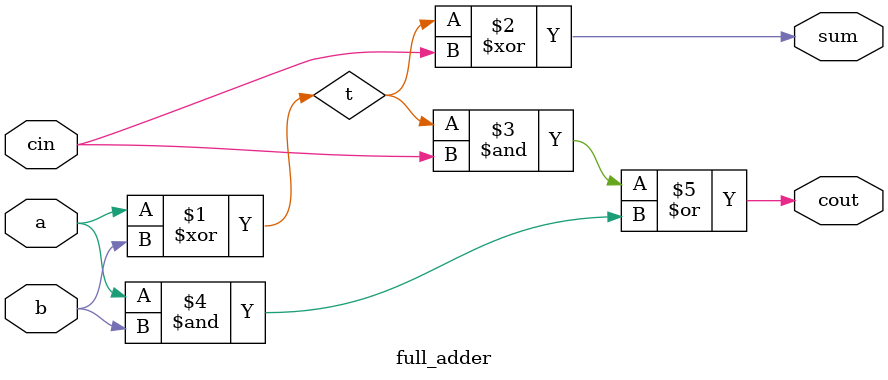
<source format=v>
module full_adder (
    input  a, b, cin,
    output sum, cout
);
    wire t;

    assign t    = a ^ b;
    assign sum  = t ^ cin;
    assign cout = (t & cin) | (a & b);
endmodule

</source>
